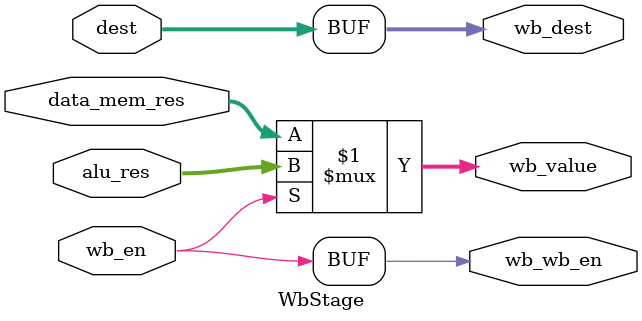
<source format=v>
module WbStage (
    input wb_en,
    input [31:0] alu_res,
    input [31:0] data_mem_res,
    input [3:0] dest,
    output wb_wb_en,
    output [3:0] wb_dest,
    output [31:0] wb_value
);
    assign wb_wb_en = wb_en;
    assign wb_dest = dest;
    assign wb_value =  (wb_en) ? alu_res : data_mem_res;
    
endmodule
</source>
